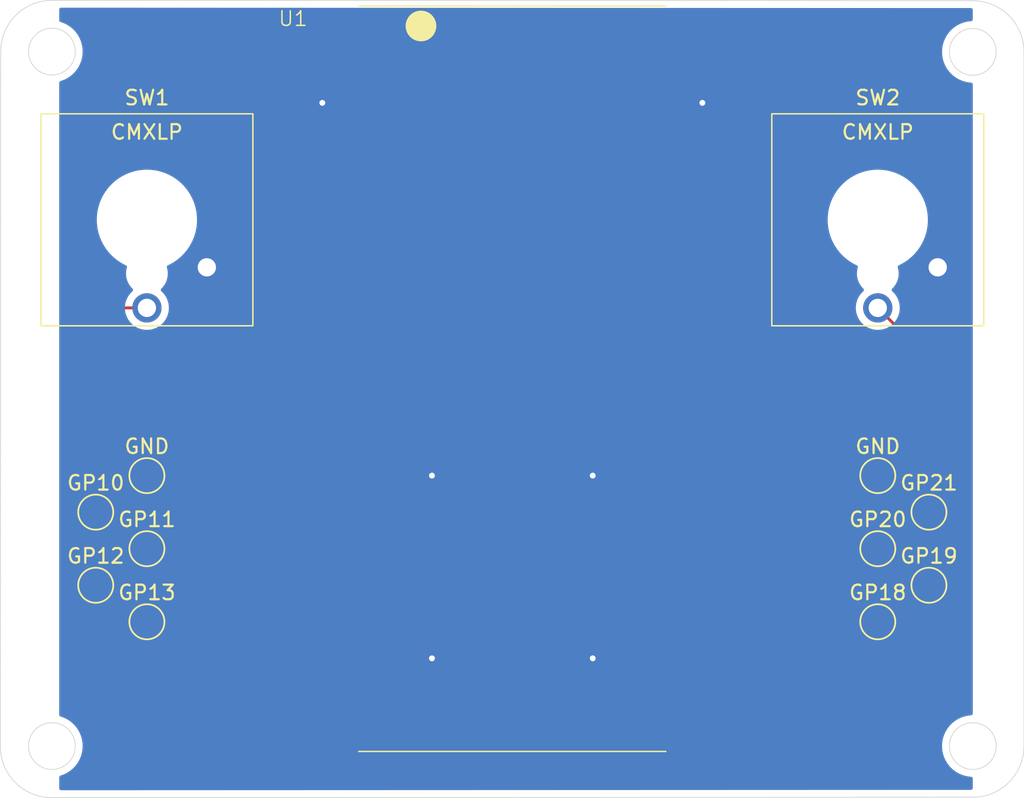
<source format=kicad_pcb>
(kicad_pcb (version 20241229) (generator "pcbnew") (generator_version "9.0")
  (layers (0 "F.Cu" signal) (2 "B.Cu" signal) (13 "F.Paste" user) (15 "B.Paste" user) (5 "F.SilkS" user "F.Silkscreen") (7 "B.SilkS" user "B.Silkscreen") (1 "F.Mask" user) (3 "B.Mask" user) (25 "Edge.Cuts" user))
  (net 0 "")
  (net 1 "Net-(SW1-IN)")
  (net 2 "GND")
  (net 3 "Net-(SW2-IN)")
  (net 4 "Net-(U1-GP21)")
  (net 5 "Net-(U1-GP20)")
  (net 6 "Net-(U1-GP18)")
  (net 7 "Net-(U1-GP19)")
  (net 30 "Net-(U1-GP10)")
  (net 31 "Net-(U1-GP11)")
  (net 32 "Net-(U1-GP12)")
  (net 33 "Net-(U1-GP13)")
  (footprint "TestPoint:TestPoint_Pad_D2.0mm" (layer "F.Cu") (at 175 132.5)
    (property "Reference" "GND" (at 0 -1.998 0) (layer "F.SilkS"))
    (property "Value" "TestPoint")
    (fp_circle (center 0 0) (end 0 1.2) (stroke (width 0.12)) (fill no) (layer "F.SilkS"))
    (pad "1" smd circle (at 0 0) (size 2 2) (layers "F.Cu" "F.Mask") (net 2 "GND"))
  )
  (footprint "TestPoint:TestPoint_Pad_D2.0mm" (layer "F.Cu") (at 178.5 140)
    (property "Reference" "GP19" (at 0 -1.998 0) (layer "F.SilkS"))
    (property "Value" "TestPoint")
    (fp_circle (center 0 0) (end 0 1.2) (stroke (width 0.12)) (fill no) (layer "F.SilkS"))
    (pad "1" smd circle (at 0 0) (size 2 2) (layers "F.Cu" "F.Mask") (net 7 "Net-(U1-GP19)"))
  )
  (footprint "TestPoint:TestPoint_Pad_D2.0mm" (layer "F.Cu") (at 125 132.5)
    (property "Reference" "GND" (at 0 -1.998 0) (layer "F.SilkS"))
    (property "Value" "TestPoint")
    (fp_circle (center 0 0) (end 0 1.2) (stroke (width 0.12)) (fill no) (layer "F.SilkS"))
    (pad "1" smd circle (at 0 0) (size 2 2) (layers "F.Cu" "F.Mask") (net 2 "GND"))
  )
  (footprint "Keyboard_Switches:Cherry_MX_LP" (layer "F.Cu") (at 125 115)
    (property "Reference" "SW1" (hide yes))
    (property "Value" "CMXLP" (at 0 -6 0) (layer "F.SilkS"))
    (fp_rect (start -7.25 -7.25) (end 7.25 7.25) (stroke (width 0.1)) (fill no) (layer "F.SilkS"))
    (fp_text user "SW1" (at 0 -8.35 0) (layer "F.SilkS"))
    (pad "" np_thru_hole circle (at 0 0) (size 6.35 6.35) (drill 6.35) (layers "*.Cu" "*.Mask"))
    (pad "" np_thru_hole circle (at 0 3.675) (size 2.35 2.35) (drill 2.35) (layers "*.Cu" "*.Mask"))
    (pad "1" thru_hole circle (at 0 6.025) (size 2 2) (drill 1.25) (layers "*.Cu" "*.Mask") (net 1 "Net-(SW1-IN)"))
    (pad "2" thru_hole circle (at 4.1 3.25) (size 2 2) (drill 1.25) (layers "*.Cu" "*.Mask") (net 2 "GND"))
  )
  (footprint "TestPoint:TestPoint_Pad_D2.0mm" (layer "F.Cu") (at 121.5 140)
    (property "Reference" "GP12" (at 0 -1.998 0) (layer "F.SilkS"))
    (property "Value" "TestPoint")
    (fp_circle (center 0 0) (end 0 1.2) (stroke (width 0.12)) (fill no) (layer "F.SilkS"))
    (pad "1" smd circle (at 0 0) (size 2 2) (layers "F.Cu" "F.Mask") (net 32 "Net-(U1-GP12)"))
  )
  (footprint "TestPoint:TestPoint_Pad_D2.0mm" (layer "F.Cu") (at 175 137.5)
    (property "Reference" "GP20" (at 0 -1.998 0) (layer "F.SilkS"))
    (property "Value" "TestPoint")
    (fp_circle (center 0 0) (end 0 1.2) (stroke (width 0.12)) (fill no) (layer "F.SilkS"))
    (pad "1" smd circle (at 0 0) (size 2 2) (layers "F.Cu" "F.Mask") (net 5 "Net-(U1-GP20)"))
  )
  (footprint "Keyboard_Switches:Cherry_MX_LP" (layer "F.Cu") (at 175 115)
    (property "Reference" "SW2" (hide yes))
    (property "Value" "CMXLP" (at 0 -6 0) (layer "F.SilkS"))
    (fp_rect (start -7.25 -7.25) (end 7.25 7.25) (stroke (width 0.1)) (fill no) (layer "F.SilkS"))
    (fp_text user "SW2" (at 0 -8.35 0) (layer "F.SilkS"))
    (pad "" np_thru_hole circle (at 0 0) (size 6.35 6.35) (drill 6.35) (layers "*.Cu" "*.Mask"))
    (pad "" np_thru_hole circle (at 0 3.675) (size 2.35 2.35) (drill 2.35) (layers "*.Cu" "*.Mask"))
    (pad "1" thru_hole circle (at 0 6.025) (size 2 2) (drill 1.25) (layers "*.Cu" "*.Mask") (net 3 "Net-(SW2-IN)"))
    (pad "2" thru_hole circle (at 4.1 3.25) (size 2 2) (drill 1.25) (layers "*.Cu" "*.Mask") (net 2 "GND"))
  )
  (footprint "TestPoint:TestPoint_Pad_D2.0mm" (layer "F.Cu") (at 125 142.5)
    (property "Reference" "GP13" (at 0 -1.998 0) (layer "F.SilkS"))
    (property "Value" "TestPoint")
    (fp_circle (center 0 0) (end 0 1.2) (stroke (width 0.12)) (fill no) (layer "F.SilkS"))
    (pad "1" smd circle (at 0 0) (size 2 2) (layers "F.Cu" "F.Mask") (net 33 "Net-(U1-GP13)"))
  )
  (footprint "TestPoint:TestPoint_Pad_D2.0mm" (layer "F.Cu") (at 175 142.5)
    (property "Reference" "GP18" (at 0 -1.998 0) (layer "F.SilkS"))
    (property "Value" "TestPoint")
    (fp_circle (center 0 0) (end 0 1.2) (stroke (width 0.12)) (fill no) (layer "F.SilkS"))
    (pad "1" smd circle (at 0 0) (size 2 2) (layers "F.Cu" "F.Mask") (net 6 "Net-(U1-GP18)"))
  )
  (footprint "TestPoint:TestPoint_Pad_D2.0mm" (layer "F.Cu") (at 178.5 135)
    (property "Reference" "GP21" (at 0 -1.998 0) (layer "F.SilkS"))
    (property "Value" "TestPoint")
    (fp_circle (center 0 0) (end 0 1.2) (stroke (width 0.12)) (fill no) (layer "F.SilkS"))
    (pad "1" smd circle (at 0 0) (size 2 2) (layers "F.Cu" "F.Mask") (net 4 "Net-(U1-GP21)"))
  )
  (footprint "Raspberry_Pi_Pico_for_ErgoWarrior:Pico_SMT" (layer "F.Cu") (at 150 150)
    (property "Reference" "U1" (at -15 -48.76 0) (layer "F.SilkS") (effects (font (thickness 0.1))))
    (property "Value" "PICO" (hide yes))
    (fp_line (start -10.5 -49.63) (end 10.5 -49.63) (stroke (width 0.1)) (layer "F.SilkS"))
    (fp_line (start -10.5 1.37) (end 10.5 1.37) (stroke (width 0.1)) (layer "F.SilkS"))
    (fp_circle (center -6.25 -48.26) (end -5.25 -48.26) (stroke (width 0.1)) (fill yes) (layer "F.SilkS"))
    (pad "1" smd roundrect (at -9.69 -48.26) (size 3.8 2.2) (layers "F.Cu" "F.Mask" "F.Paste") (roundrect_rratio 0.1136363636))
    (pad "2" smd roundrect (at -9.69 -45.72) (size 3.8 2.2) (layers "F.Cu" "F.Mask" "F.Paste") (roundrect_rratio 0.1136363636))
    (pad "3" smd roundrect (at -9.69 -43.18) (size 3.8 2.2) (layers "F.Cu" "F.Mask" "F.Paste") (roundrect_rratio 0.1136363636) (net 2 "GND"))
    (pad "4" smd roundrect (at -9.69 -40.64) (size 3.8 2.2) (layers "F.Cu" "F.Mask" "F.Paste") (roundrect_rratio 0.1136363636))
    (pad "5" smd roundrect (at -9.69 -38.1) (size 3.8 2.2) (layers "F.Cu" "F.Mask" "F.Paste") (roundrect_rratio 0.1136363636))
    (pad "6" smd roundrect (at -9.69 -35.56) (size 3.8 2.2) (layers "F.Cu" "F.Mask" "F.Paste") (roundrect_rratio 0.1136363636))
    (pad "7" smd roundrect (at -9.69 -33.02) (size 3.8 2.2) (layers "F.Cu" "F.Mask" "F.Paste") (roundrect_rratio 0.1136363636) (net 1 "Net-(SW1-IN)"))
    (pad "8" smd roundrect (at -9.69 -30.48) (size 3.8 2.2) (layers "F.Cu" "F.Mask" "F.Paste") (roundrect_rratio 0.1136363636) (net 2 "GND"))
    (pad "9" smd roundrect (at -9.69 -27.94) (size 3.8 2.2) (layers "F.Cu" "F.Mask" "F.Paste") (roundrect_rratio 0.1136363636) (net 3 "Net-(SW2-IN)"))
    (pad "10" smd roundrect (at -9.69 -25.4) (size 3.8 2.2) (layers "F.Cu" "F.Mask" "F.Paste") (roundrect_rratio 0.1136363636))
    (pad "11" smd roundrect (at -9.69 -22.86) (size 3.8 2.2) (layers "F.Cu" "F.Mask" "F.Paste") (roundrect_rratio 0.1136363636))
    (pad "12" smd roundrect (at -9.69 -20.32) (size 3.8 2.2) (layers "F.Cu" "F.Mask" "F.Paste") (roundrect_rratio 0.1136363636))
    (pad "13" smd roundrect (at -9.69 -17.78) (size 3.8 2.2) (layers "F.Cu" "F.Mask" "F.Paste") (roundrect_rratio 0.1136363636) (net 2 "GND"))
    (pad "14" smd roundrect (at -9.69 -15.24) (size 3.8 2.2) (layers "F.Cu" "F.Mask" "F.Paste") (roundrect_rratio 0.1136363636) (net 30 "Net-(U1-GP10)"))
    (pad "15" smd roundrect (at -9.69 -12.7) (size 3.8 2.2) (layers "F.Cu" "F.Mask" "F.Paste") (roundrect_rratio 0.1136363636) (net 31 "Net-(U1-GP11)"))
    (pad "16" smd roundrect (at -9.69 -10.16) (size 3.8 2.2) (layers "F.Cu" "F.Mask" "F.Paste") (roundrect_rratio 0.1136363636) (net 32 "Net-(U1-GP12)"))
    (pad "17" smd roundrect (at -9.69 -7.62) (size 3.8 2.2) (layers "F.Cu" "F.Mask" "F.Paste") (roundrect_rratio 0.1136363636) (net 33 "Net-(U1-GP13)"))
    (pad "18" smd roundrect (at -9.69 -5.08) (size 3.8 2.2) (layers "F.Cu" "F.Mask" "F.Paste") (roundrect_rratio 0.1136363636) (net 2 "GND"))
    (pad "19" smd roundrect (at -9.69 -2.54) (size 3.8 2.2) (layers "F.Cu" "F.Mask" "F.Paste") (roundrect_rratio 0.1136363636))
    (pad "20" smd roundrect (at -9.69 0) (size 3.8 2.2) (layers "F.Cu" "F.Mask" "F.Paste") (roundrect_rratio 0.1136363636))
    (pad "21" smd roundrect (at 9.69 0) (size 3.8 2.2) (layers "F.Cu" "F.Mask" "F.Paste") (roundrect_rratio 0.1136363636))
    (pad "22" smd roundrect (at 9.69 -2.54) (size 3.8 2.2) (layers "F.Cu" "F.Mask" "F.Paste") (roundrect_rratio 0.1136363636))
    (pad "23" smd roundrect (at 9.69 -5.08) (size 3.8 2.2) (layers "F.Cu" "F.Mask" "F.Paste") (roundrect_rratio 0.1136363636) (net 2 "GND"))
    (pad "24" smd roundrect (at 9.69 -7.62) (size 3.8 2.2) (layers "F.Cu" "F.Mask" "F.Paste") (roundrect_rratio 0.1136363636) (net 6 "Net-(U1-GP18)"))
    (pad "25" smd roundrect (at 9.69 -10.16) (size 3.8 2.2) (layers "F.Cu" "F.Mask" "F.Paste") (roundrect_rratio 0.1136363636) (net 7 "Net-(U1-GP19)"))
    (pad "26" smd roundrect (at 9.69 -12.7) (size 3.8 2.2) (layers "F.Cu" "F.Mask" "F.Paste") (roundrect_rratio 0.1136363636) (net 5 "Net-(U1-GP20)"))
    (pad "27" smd roundrect (at 9.69 -15.24) (size 3.8 2.2) (layers "F.Cu" "F.Mask" "F.Paste") (roundrect_rratio 0.1136363636) (net 4 "Net-(U1-GP21)"))
    (pad "28" smd roundrect (at 9.69 -17.78) (size 3.8 2.2) (layers "F.Cu" "F.Mask" "F.Paste") (roundrect_rratio 0.1136363636) (net 2 "GND"))
    (pad "29" smd roundrect (at 9.69 -20.32) (size 3.8 2.2) (layers "F.Cu" "F.Mask" "F.Paste") (roundrect_rratio 0.1136363636))
    (pad "30" smd roundrect (at 9.69 -22.86) (size 3.8 2.2) (layers "F.Cu" "F.Mask" "F.Paste") (roundrect_rratio 0.1136363636))
    (pad "31" smd roundrect (at 9.69 -25.4) (size 3.8 2.2) (layers "F.Cu" "F.Mask" "F.Paste") (roundrect_rratio 0.1136363636))
    (pad "32" smd roundrect (at 9.69 -27.94) (size 3.8 2.2) (layers "F.Cu" "F.Mask" "F.Paste") (roundrect_rratio 0.1136363636))
    (pad "33" smd roundrect (at 9.69 -30.48) (size 3.8 2.2) (layers "F.Cu" "F.Mask" "F.Paste") (roundrect_rratio 0.1136363636) (net 2 "GND"))
    (pad "34" smd roundrect (at 9.69 -33.02) (size 3.8 2.2) (layers "F.Cu" "F.Mask" "F.Paste") (roundrect_rratio 0.1136363636))
    (pad "35" smd roundrect (at 9.69 -35.56) (size 3.8 2.2) (layers "F.Cu" "F.Mask" "F.Paste") (roundrect_rratio 0.1136363636))
    (pad "36" smd roundrect (at 9.69 -38.1) (size 3.8 2.2) (layers "F.Cu" "F.Mask" "F.Paste") (roundrect_rratio 0.1136363636))
    (pad "37" smd roundrect (at 9.69 -40.64) (size 3.8 2.2) (layers "F.Cu" "F.Mask" "F.Paste") (roundrect_rratio 0.1136363636))
    (pad "38" smd roundrect (at 9.69 -43.18) (size 3.8 2.2) (layers "F.Cu" "F.Mask" "F.Paste") (roundrect_rratio 0.1136363636) (net 2 "GND"))
    (pad "39" smd roundrect (at 9.69 -45.72) (size 3.8 2.2) (layers "F.Cu" "F.Mask" "F.Paste") (roundrect_rratio 0.1136363636))
    (pad "40" smd roundrect (at 9.69 -48.26) (size 3.8 2.2) (layers "F.Cu" "F.Mask" "F.Paste") (roundrect_rratio 0.1136363636))
  )
  (footprint "TestPoint:TestPoint_Pad_D2.0mm" (layer "F.Cu") (at 125 137.5)
    (property "Reference" "GP11" (at 0 -1.998 0) (layer "F.SilkS"))
    (property "Value" "TestPoint")
    (fp_circle (center 0 0) (end 0 1.2) (stroke (width 0.12)) (fill no) (layer "F.SilkS"))
    (pad "1" smd circle (at 0 0) (size 2 2) (layers "F.Cu" "F.Mask") (net 31 "Net-(U1-GP11)"))
  )
  (footprint "TestPoint:TestPoint_Pad_D2.0mm" (layer "F.Cu") (at 121.5 135)
    (property "Reference" "GP10" (at 0 -1.998 0) (layer "F.SilkS"))
    (property "Value" "TestPoint")
    (fp_circle (center 0 0) (end 0 1.2) (stroke (width 0.12)) (fill no) (layer "F.SilkS"))
    (pad "1" smd circle (at 0 0) (size 2 2) (layers "F.Cu" "F.Mask") (net 30 "Net-(U1-GP10)"))
  )
  (gr_circle (center 118.5 150.999999) (end 120.1 150.999999) (stroke (width 0.05)) (fill no) (layer "Edge.Cuts"))
  (gr_arc (start 181.5 100.012549) (mid 183.974874 101.037675) (end 185 103.512549) (stroke (width 0.05)) (layer "Edge.Cuts"))
  (gr_circle (center 181.5 151) (end 183.1 151) (stroke (width 0.05)) (fill no) (layer "Edge.Cuts"))
  (gr_arc (start 185 150.999999) (mid 183.974874 153.474872) (end 181.500001 154.499998) (stroke (width 0.05)) (layer "Edge.Cuts"))
  (gr_line (start 118.5 99.98745) (end 181.5 100.012549) (stroke (width 0.05)) (layer "Edge.Cuts"))
  (gr_circle (center 181.5 103.512549) (end 183.1 103.512549) (stroke (width 0.05)) (fill no) (layer "Edge.Cuts"))
  (gr_circle (center 118.5 103.487422) (end 120.1 103.487422) (stroke (width 0.05)) (fill no) (layer "Edge.Cuts"))
  (gr_line (start 118.474874 154.525124) (end 181.500001 154.499998) (stroke (width 0.05)) (layer "Edge.Cuts"))
  (gr_line (start 185 103.512549) (end 185 150.999999) (stroke (width 0.05)) (layer "Edge.Cuts"))
  (gr_line (start 115.000002 103.487423) (end 114.974874 151.025125) (stroke (width 0.05)) (layer "Edge.Cuts"))
  (gr_arc (start 115.000001 103.487423) (mid 116.025127 101.01255) (end 118.5 99.987424) (stroke (width 0.05)) (layer "Edge.Cuts"))
  (gr_arc (start 118.474874 154.525125) (mid 116 153.499999) (end 114.974874 151.025125) (stroke (width 0.05)) (layer "Edge.Cuts"))
  (segment (start 120 112) (end 120 119.025) (width 0.2) (layer "F.Cu") (net 1))
  (segment (start 140.31 116.98) (end 133.52 116.98) (width 0.2) (layer "F.Cu") (net 1))
  (segment (start 133.52 116.98) (end 133.5 117) (width 0.2) (layer "F.Cu") (net 1))
  (segment (start 122 110) (end 120 112) (width 0.2) (layer "F.Cu") (net 1))
  (segment (start 126.5 110) (end 122 110) (width 0.2) (layer "F.Cu") (net 1))
  (segment (start 133.5 117) (end 126.5 110) (width 0.2) (layer "F.Cu") (net 1))
  (segment (start 120 119.025) (end 122 121.025) (width 0.2) (layer "F.Cu") (net 1))
  (segment (start 122 121.025) (end 125 121.025) (width 0.2) (layer "F.Cu") (net 1))
  (segment (start 155.58 144.92) (end 155.5 145) (width 0.2) (layer "F.Cu") (net 2))
  (segment (start 140.31 132.22) (end 144.22 132.22) (width 0.2) (layer "F.Cu") (net 2))
  (segment (start 179.1 111.5) (end 179.1 118.25) (width 0.2) (layer "F.Cu") (net 2))
  (segment (start 144.22 132.22) (end 144.5 132.5) (width 0.2) (layer "F.Cu") (net 2))
  (segment (start 159.69 132.22) (end 174.72 132.22) (width 0.2) (layer "F.Cu") (net 2))
  (segment (start 163.5 119.52) (end 173.07 109.95) (width 0.2) (layer "F.Cu") (net 2))
  (segment (start 137.18 106.82) (end 137 107) (width 0.2) (layer "F.Cu") (net 2))
  (segment (start 130.37 119.52) (end 129.1 118.25) (width 0.2) (layer "F.Cu") (net 2))
  (segment (start 140.31 106.82) (end 137.18 106.82) (width 0.2) (layer "F.Cu") (net 2))
  (segment (start 159.69 106.82) (end 162.82 106.82) (width 0.2) (layer "F.Cu") (net 2))
  (segment (start 173.07 109.95) (end 177.55 109.95) (width 0.2) (layer "F.Cu") (net 2))
  (segment (start 162.82 106.82) (end 163 107) (width 0.2) (layer "F.Cu") (net 2))
  (segment (start 125.28 132.22) (end 125 132.5) (width 0.2) (layer "F.Cu") (net 2))
  (segment (start 159.69 132.22) (end 155.78 132.22) (width 0.2) (layer "F.Cu") (net 2))
  (segment (start 155.78 132.22) (end 155.5 132.5) (width 0.2) (layer "F.Cu") (net 2))
  (segment (start 174.72 132.22) (end 175 132.5) (width 0.2) (layer "F.Cu") (net 2))
  (segment (start 159.69 119.52) (end 163.5 119.52) (width 0.2) (layer "F.Cu") (net 2))
  (segment (start 140.31 144.92) (end 144.42 144.92) (width 0.2) (layer "F.Cu") (net 2))
  (segment (start 140.31 119.52) (end 130.37 119.52) (width 0.2) (layer "F.Cu") (net 2))
  (segment (start 144.42 144.92) (end 144.5 145) (width 0.2) (layer "F.Cu") (net 2))
  (segment (start 140.31 132.22) (end 125.28 132.22) (width 0.2) (layer "F.Cu") (net 2))
  (segment (start 177.55 109.95) (end 179.1 111.5) (width 0.2) (layer "F.Cu") (net 2))
  (segment (start 159.69 144.92) (end 155.58 144.92) (width 0.2) (layer "F.Cu") (net 2))
  (via (at 155.5 145) (size 0.8) (drill 0.4) (layers "F.Cu" "B.Cu") (net 2))
  (via (at 163 107) (size 0.8) (drill 0.4) (layers "F.Cu" "B.Cu") (net 2))
  (via (at 155.5 132.5) (size 0.8) (drill 0.4) (layers "F.Cu" "B.Cu") (net 2))
  (via (at 144.5 132.5) (size 0.8) (drill 0.4) (layers "F.Cu" "B.Cu") (net 2))
  (via (at 137 107) (size 0.8) (drill 0.4) (layers "F.Cu" "B.Cu") (net 2))
  (via (at 144.5 145) (size 0.8) (drill 0.4) (layers "F.Cu" "B.Cu") (net 2))
  (segment (start 140.31 122.06) (end 143.94 122.06) (width 0.2) (layer "F.Cu") (net 3))
  (segment (start 179.475 125.5) (end 175 121.025) (width 0.2) (layer "F.Cu") (net 3))
  (segment (start 179.475 125.5) (end 179.5 125.5) (width 0.2) (layer "F.Cu") (net 3))
  (segment (start 181 147) (end 181 127) (width 0.2) (layer "F.Cu") (net 3))
  (segment (start 179.5 125.5) (end 181 127) (width 0.2) (layer "F.Cu") (net 3))
  (segment (start 153.5 131.5) (end 153.5 148.5) (width 0.2) (layer "F.Cu") (net 3))
  (segment (start 143.94 122.06) (end 144 122) (width 0.2) (layer "F.Cu") (net 3))
  (segment (start 153.5 148.5) (end 158 153) (width 0.2) (layer "F.Cu") (net 3))
  (segment (start 144 122) (end 153.5 131.5) (width 0.2) (layer "F.Cu") (net 3))
  (segment (start 158 153) (end 175 153) (width 0.2) (layer "F.Cu") (net 3))
  (segment (start 175 153) (end 181 147) (width 0.2) (layer "F.Cu") (net 3))
  (segment (start 159.69 134.76) (end 178.26 134.76) (width 0.2) (layer "F.Cu") (net 4))
  (segment (start 178.26 134.76) (end 178.5 135) (width 0.2) (layer "F.Cu") (net 4))
  (segment (start 174.8 137.3) (end 175 137.5) (width 0.2) (layer "F.Cu") (net 5))
  (segment (start 159.69 137.3) (end 174.8 137.3) (width 0.2) (layer "F.Cu") (net 5))
  (segment (start 174.88 142.38) (end 175 142.5) (width 0.2) (layer "F.Cu") (net 6))
  (segment (start 159.69 142.38) (end 174.88 142.38) (width 0.2) (layer "F.Cu") (net 6))
  (segment (start 178.34 139.84) (end 178.5 140) (width 0.2) (layer "F.Cu") (net 7))
  (segment (start 159.69 139.84) (end 178.34 139.84) (width 0.2) (layer "F.Cu") (net 7))
  (segment (start 121.5 135) (end 122 135) (width 0.2) (layer "F.Cu") (net 30))
  (segment (start 122.24 134.76) (end 140.31 134.76) (width 0.2) (layer "F.Cu") (net 30))
  (segment (start 122 135) (end 122.24 134.76) (width 0.2) (layer "F.Cu") (net 30))
  (segment (start 125 137.5) (end 125.5 137.5) (width 0.2) (layer "F.Cu") (net 31))
  (segment (start 125.5 137.5) (end 125.7 137.3) (width 0.2) (layer "F.Cu") (net 31))
  (segment (start 125.7 137.3) (end 140.31 137.3) (width 0.2) (layer "F.Cu") (net 31))
  (segment (start 140.15 140) (end 140.31 139.84) (width 0.2) (layer "F.Cu") (net 32))
  (segment (start 121.5 140) (end 140.15 140) (width 0.2) (layer "F.Cu") (net 32))
  (segment (start 125 142.5) (end 125.5 142.5) (width 0.2) (layer "F.Cu") (net 33))
  (segment (start 125.62 142.38) (end 140.31 142.38) (width 0.2) (layer "F.Cu") (net 33))
  (segment (start 125.5 142.5) (end 125.62 142.38) (width 0.2) (layer "F.Cu") (net 33))
  (zone (net 2) (net_name "GND") (layer "B.Cu") (connect_pads yes (clearance 0.5)) (min_thickness 0.25) (fill yes (thermal_gap 0.5) (thermal_bridge_width 0.5))
    (polygon (pts (xy 119 100) (xy 181.5 100) (xy 181.5 154.5) (xy 119 154.5)))
  )
)
</source>
